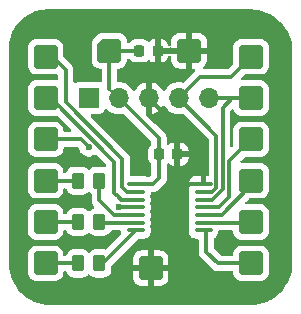
<source format=gbr>
%TF.GenerationSoftware,KiCad,Pcbnew,9.0.0*%
%TF.CreationDate,2026-02-19T11:21:19+01:00*%
%TF.ProjectId,SwitchlessMOD,53776974-6368-46c6-9573-734d4f442e6b,rev?*%
%TF.SameCoordinates,Original*%
%TF.FileFunction,Copper,L1,Top*%
%TF.FilePolarity,Positive*%
%FSLAX46Y46*%
G04 Gerber Fmt 4.6, Leading zero omitted, Abs format (unit mm)*
G04 Created by KiCad (PCBNEW 9.0.0) date 2026-02-19 11:21:19*
%MOMM*%
%LPD*%
G01*
G04 APERTURE LIST*
G04 Aperture macros list*
%AMRoundRect*
0 Rectangle with rounded corners*
0 $1 Rounding radius*
0 $2 $3 $4 $5 $6 $7 $8 $9 X,Y pos of 4 corners*
0 Add a 4 corners polygon primitive as box body*
4,1,4,$2,$3,$4,$5,$6,$7,$8,$9,$2,$3,0*
0 Add four circle primitives for the rounded corners*
1,1,$1+$1,$2,$3*
1,1,$1+$1,$4,$5*
1,1,$1+$1,$6,$7*
1,1,$1+$1,$8,$9*
0 Add four rect primitives between the rounded corners*
20,1,$1+$1,$2,$3,$4,$5,0*
20,1,$1+$1,$4,$5,$6,$7,0*
20,1,$1+$1,$6,$7,$8,$9,0*
20,1,$1+$1,$8,$9,$2,$3,0*%
%AMFreePoly0*
4,1,18,-1.000000,0.600000,-0.600000,1.000000,0.750000,1.000000,0.845671,0.980970,0.926777,0.926777,0.980970,0.845671,1.000000,0.750000,1.000000,-0.750000,0.980970,-0.845671,0.926777,-0.926777,0.845671,-0.980970,0.750000,-1.000000,-0.750000,-1.000000,-0.845671,-0.980970,-0.926777,-0.926777,-0.980970,-0.845671,-1.000000,-0.750000,-1.000000,0.600000,-1.000000,0.600000,$1*%
G04 Aperture macros list end*
%TA.AperFunction,SMDPad,CuDef*%
%ADD10RoundRect,0.250000X-0.750000X-0.750000X0.750000X-0.750000X0.750000X0.750000X-0.750000X0.750000X0*%
%TD*%
%TA.AperFunction,SMDPad,CuDef*%
%ADD11RoundRect,0.225000X-0.225000X-0.250000X0.225000X-0.250000X0.225000X0.250000X-0.225000X0.250000X0*%
%TD*%
%TA.AperFunction,SMDPad,CuDef*%
%ADD12RoundRect,0.250000X0.750000X-0.750000X0.750000X0.750000X-0.750000X0.750000X-0.750000X-0.750000X0*%
%TD*%
%TA.AperFunction,SMDPad,CuDef*%
%ADD13RoundRect,0.250000X0.262500X0.450000X-0.262500X0.450000X-0.262500X-0.450000X0.262500X-0.450000X0*%
%TD*%
%TA.AperFunction,SMDPad,CuDef*%
%ADD14RoundRect,0.100000X-0.637500X-0.100000X0.637500X-0.100000X0.637500X0.100000X-0.637500X0.100000X0*%
%TD*%
%TA.AperFunction,ComponentPad*%
%ADD15R,1.700000X1.700000*%
%TD*%
%TA.AperFunction,ComponentPad*%
%ADD16O,1.700000X1.700000*%
%TD*%
%TA.AperFunction,SMDPad,CuDef*%
%ADD17FreePoly0,0.000000*%
%TD*%
%TA.AperFunction,ViaPad*%
%ADD18C,0.600000*%
%TD*%
%TA.AperFunction,Conductor*%
%ADD19C,0.300000*%
%TD*%
%TA.AperFunction,Conductor*%
%ADD20C,0.200000*%
%TD*%
G04 APERTURE END LIST*
D10*
%TO.P,RC4/G,6*%
%TO.N,G*%
X130600000Y-107500000D03*
%TD*%
D11*
%TO.P,C2,1*%
%TO.N,VDD*%
X140205000Y-101750000D03*
%TO.P,C2,2*%
%TO.N,VSS*%
X141755000Y-101750000D03*
%TD*%
D10*
%TO.P,GND,14*%
%TO.N,VSS*%
X139500000Y-111400000D03*
%TD*%
%TO.P,RESET IN,3*%
%TO.N,RESET IN*%
X130600000Y-97000000D03*
%TD*%
%TO.P,RC3/R,7*%
%TO.N,R*%
X130600000Y-111000000D03*
%TD*%
%TO.P,RA1,12*%
%TO.N,RA1*%
X148000000Y-97000000D03*
%TD*%
%TO.P,LANG,10*%
%TO.N,LANG*%
X148000000Y-104000000D03*
%TD*%
D12*
%TO.P,50/60Hz,11*%
%TO.N,VIDEO 50{slash}60HZ*%
X148000000Y-100500000D03*
%TD*%
D10*
%TO.P,RA3,4*%
%TO.N,RA3*%
X130600000Y-100500000D03*
%TD*%
%TO.P,RC1,9*%
%TO.N,RC1*%
X148000000Y-107500000D03*
%TD*%
%TO.P,RC2,8*%
%TO.N,RC2*%
X148000000Y-111000000D03*
%TD*%
D13*
%TO.P,R2,1*%
%TO.N,Net-(U1-P1B{slash}C2OUT{slash}RC4)*%
X135162500Y-107500000D03*
%TO.P,R2,2*%
%TO.N,G*%
X133337500Y-107500000D03*
%TD*%
D10*
%TO.P,GND,14*%
%TO.N,VSS*%
X142750000Y-93000000D03*
%TD*%
%TO.P,RC5/B,5*%
%TO.N,B*%
X130600000Y-104000000D03*
%TD*%
D13*
%TO.P,R3,1*%
%TO.N,Net-(U1-P1A{slash}CCP1{slash}RC5)*%
X135162500Y-104000000D03*
%TO.P,R3,2*%
%TO.N,B*%
X133337500Y-104000000D03*
%TD*%
%TO.P,R1,1*%
%TO.N,Net-(U1-P1C{slash}AN7{slash}RC3)*%
X135162500Y-111000000D03*
%TO.P,R1,2*%
%TO.N,R*%
X133337500Y-111000000D03*
%TD*%
D14*
%TO.P,U1,1,VDD*%
%TO.N,VDD*%
X138250000Y-104300000D03*
%TO.P,U1,2,RA5/T1CKI/OSC1/CLKIN*%
%TO.N,RESET OUT*%
X138250000Y-104950000D03*
%TO.P,U1,3,RA4/AN3/~{T1G}/OSC2/CLKOUT*%
%TO.N,RESET IN*%
X138250000Y-105600000D03*
%TO.P,U1,4,RA3/~{MCLR}/Vpp*%
%TO.N,RA3*%
X138250000Y-106250000D03*
%TO.P,U1,5,P1A/CCP1/RC5*%
%TO.N,Net-(U1-P1A{slash}CCP1{slash}RC5)*%
X138250000Y-106900000D03*
%TO.P,U1,6,P1B/C2OUT/RC4*%
%TO.N,Net-(U1-P1B{slash}C2OUT{slash}RC4)*%
X138250000Y-107550000D03*
%TO.P,U1,7,P1C/AN7/RC3*%
%TO.N,Net-(U1-P1C{slash}AN7{slash}RC3)*%
X138250000Y-108200000D03*
%TO.P,U1,8,P1D/AN6/RC2*%
%TO.N,RC2*%
X143975000Y-108200000D03*
%TO.P,U1,9,C2IN-/AN5/RC1*%
%TO.N,RC1*%
X143975000Y-107550000D03*
%TO.P,U1,10,C2IN+/AN4/RC0*%
%TO.N,LANG*%
X143975000Y-106900000D03*
%TO.P,U1,11,RA2/AN2/T0CKI/INT/C1OUT*%
%TO.N,VIDEO 50{slash}60HZ*%
X143975000Y-106250000D03*
%TO.P,U1,12,RA1/AN1/C1IN-/Vref/ICSPCLK*%
%TO.N,RA1*%
X143975000Y-105600000D03*
%TO.P,U1,13,RA0/AN0/C1IN+/ICSPDAT/ULPWU*%
%TO.N,RA0*%
X143975000Y-104950000D03*
%TO.P,U1,14,VSS*%
%TO.N,VSS*%
X143975000Y-104300000D03*
%TD*%
D11*
%TO.P,C1,1*%
%TO.N,VDD*%
X138545000Y-93000000D03*
%TO.P,C1,2*%
%TO.N,VSS*%
X140095000Y-93000000D03*
%TD*%
D10*
%TO.P,RA0,13*%
%TO.N,RA0*%
X148000000Y-93500000D03*
%TD*%
D15*
%TO.P,ICSP1,1,Pin_1*%
%TO.N,RA3*%
X134260000Y-97000000D03*
D16*
%TO.P,ICSP1,2,Pin_2*%
%TO.N,VDD*%
X136800000Y-97000000D03*
%TO.P,ICSP1,3,Pin_3*%
%TO.N,VSS*%
X139340000Y-97000000D03*
%TO.P,ICSP1,4,Pin_4*%
%TO.N,RA0*%
X141880000Y-97000000D03*
%TO.P,ICSP1,5,Pin_5*%
%TO.N,RA1*%
X144420000Y-97000000D03*
%TD*%
D17*
%TO.P,VDD,1*%
%TO.N,VDD*%
X136000000Y-93000000D03*
%TD*%
D10*
%TO.P,REEST OUT,2*%
%TO.N,RESET OUT*%
X130600000Y-93500000D03*
%TD*%
D18*
%TO.N,VSS*%
X137000000Y-111500000D03*
X144800000Y-90600000D03*
X142600000Y-111400000D03*
X129250000Y-91250000D03*
X142800000Y-100000000D03*
X149500000Y-91250000D03*
X139400000Y-94800000D03*
X149500000Y-112750000D03*
X143600000Y-102500000D03*
X133900000Y-90600000D03*
X129100000Y-112750000D03*
X137800000Y-100700000D03*
X145400000Y-93000000D03*
X143600000Y-101100000D03*
X141100000Y-107500000D03*
%TO.N,RA3*%
X134250000Y-101150000D03*
X136800000Y-106250000D03*
%TD*%
D19*
%TO.N,VSS*%
X142500000Y-104300000D02*
X141755000Y-103555000D01*
X141755000Y-99415000D02*
X141755000Y-101750000D01*
X141755000Y-103555000D02*
X141755000Y-101750000D01*
X140095000Y-93000000D02*
X142750000Y-93000000D01*
X143975000Y-104300000D02*
X142500000Y-104300000D01*
X139340000Y-97000000D02*
X141755000Y-99415000D01*
%TO.N,VDD*%
X140205000Y-103795000D02*
X140205000Y-101750000D01*
X138545000Y-93000000D02*
X136000000Y-93000000D01*
D20*
X136000000Y-96200000D02*
X136800000Y-97000000D01*
D19*
X136000000Y-93000000D02*
X136000000Y-96200000D01*
X136800000Y-97000000D02*
X140205000Y-100405000D01*
X138250000Y-104300000D02*
X139700000Y-104300000D01*
X140205000Y-100405000D02*
X140205000Y-101750000D01*
X139700000Y-104300000D02*
X140205000Y-103795000D01*
%TO.N,B*%
X131000000Y-104000000D02*
X133337500Y-104000000D01*
%TO.N,R*%
X131000000Y-111000000D02*
X133337500Y-111000000D01*
%TO.N,G*%
X133337500Y-107500000D02*
X131000000Y-107500000D01*
%TO.N,RA3*%
X133600000Y-100500000D02*
X130600000Y-100500000D01*
X137540840Y-106250000D02*
X136800000Y-106250000D01*
X136800000Y-106250000D02*
X136750000Y-106250000D01*
X134250000Y-101150000D02*
X133600000Y-100500000D01*
X138250000Y-106250000D02*
X137540840Y-106250000D01*
%TO.N,RA0*%
X146300000Y-95200000D02*
X148000000Y-93500000D01*
D20*
X147750000Y-93500000D02*
X148000000Y-93500000D01*
X143975000Y-104950000D02*
X144712499Y-104950000D01*
D19*
X143680000Y-95200000D02*
X146300000Y-95200000D01*
X145072000Y-100192000D02*
X141880000Y-97000000D01*
X142500000Y-96500000D02*
X141750000Y-96500000D01*
X141880000Y-97000000D02*
X143680000Y-95200000D01*
X144712499Y-104950000D02*
X145072000Y-104590499D01*
X145072000Y-104590499D02*
X145072000Y-100192000D01*
%TO.N,RA1*%
X145600000Y-104712499D02*
X145600000Y-97800000D01*
D20*
X143975000Y-105600000D02*
X144712499Y-105600000D01*
D19*
X144712499Y-105600000D02*
X145600000Y-104712499D01*
X145600000Y-97800000D02*
X146400000Y-97000000D01*
D20*
X146650000Y-97000000D02*
X148000000Y-97000000D01*
D19*
X144420000Y-97000000D02*
X147750000Y-97000000D01*
%TO.N,RESET OUT*%
X131200000Y-93500000D02*
X132300000Y-94600000D01*
X132300000Y-97342000D02*
X137100000Y-102142000D01*
X137100000Y-102142000D02*
X137100000Y-104537499D01*
X132300000Y-94600000D02*
X132300000Y-97342000D01*
X137100000Y-104537499D02*
X137512501Y-104950000D01*
X137512501Y-104950000D02*
X138250000Y-104950000D01*
D20*
X130600000Y-93500000D02*
X131200000Y-93500000D01*
D19*
%TO.N,RESET IN*%
X138250000Y-105600000D02*
X137000000Y-105600000D01*
X137000000Y-105600000D02*
X136700000Y-105300000D01*
X136700000Y-105300000D02*
X136500000Y-105100000D01*
X136500000Y-105100000D02*
X136400000Y-105000000D01*
X130600000Y-97250000D02*
X130600000Y-97000000D01*
X136400000Y-102379346D02*
X131020654Y-97000000D01*
D20*
X130600000Y-97000000D02*
X130600000Y-96750000D01*
D19*
X136400000Y-105000000D02*
X136400000Y-102379346D01*
X131020654Y-97000000D02*
X130600000Y-97000000D01*
D20*
X138250000Y-105600000D02*
X137592630Y-105600000D01*
X136400000Y-105000000D02*
X136700000Y-105300000D01*
D19*
%TO.N,LANG*%
X145500000Y-106900000D02*
X147750000Y-104650000D01*
X143975000Y-106900000D02*
X145500000Y-106900000D01*
D20*
X148000000Y-104650000D02*
X148000000Y-104000000D01*
D19*
%TO.N,VIDEO 50{slash}60HZ*%
X145250000Y-106250000D02*
X146150000Y-105350000D01*
X146150000Y-102350000D02*
X148000000Y-100500000D01*
X143975000Y-106250000D02*
X145250000Y-106250000D01*
X146150000Y-105350000D02*
X146150000Y-102350000D01*
D20*
%TO.N,Net-(U1-P1C{slash}AN7{slash}RC3)*%
X135162500Y-111000000D02*
X135450000Y-111000000D01*
D19*
X135450000Y-111000000D02*
X138250000Y-108200000D01*
%TO.N,Net-(U1-P1B{slash}C2OUT{slash}RC4)*%
X138250000Y-107550000D02*
X135212500Y-107550000D01*
D20*
X135212500Y-107550000D02*
X135162500Y-107500000D01*
%TO.N,Net-(U1-P1A{slash}CCP1{slash}RC5)*%
X138250000Y-106900000D02*
X137500000Y-106900000D01*
D19*
X136400000Y-106900000D02*
X135162500Y-105662500D01*
D20*
X135162500Y-104562500D02*
X135162500Y-104000000D01*
D19*
X137500000Y-106900000D02*
X136400000Y-106900000D01*
X135162500Y-105662500D02*
X135162500Y-104562500D01*
%TO.N,RC1*%
X143975000Y-107550000D02*
X147700000Y-107550000D01*
D20*
X147950000Y-107550000D02*
X148000000Y-107500000D01*
%TO.N,RC2*%
X143975000Y-108200000D02*
X144200000Y-108425000D01*
D19*
X145200000Y-111000000D02*
X147750000Y-111000000D01*
X144200000Y-108425000D02*
X144200000Y-110000000D01*
X144200000Y-110000000D02*
X145200000Y-111000000D01*
%TD*%
%TA.AperFunction,Conductor*%
%TO.N,VSS*%
G36*
X135778418Y-97895417D02*
G01*
X135806673Y-97916569D01*
X135920213Y-98030109D01*
X136092179Y-98155048D01*
X136092181Y-98155049D01*
X136092184Y-98155051D01*
X136281588Y-98251557D01*
X136483757Y-98317246D01*
X136693713Y-98350500D01*
X136693714Y-98350500D01*
X136906286Y-98350500D01*
X136906287Y-98350500D01*
X137053207Y-98327230D01*
X137121055Y-98316484D01*
X137121315Y-98318128D01*
X137183852Y-98321250D01*
X137230711Y-98350657D01*
X139518181Y-100638126D01*
X139532884Y-100665053D01*
X139549477Y-100690872D01*
X139550368Y-100697072D01*
X139551666Y-100699449D01*
X139554500Y-100725807D01*
X139554500Y-100848125D01*
X139534815Y-100915164D01*
X139518182Y-100935806D01*
X139407029Y-101046959D01*
X139318001Y-101191294D01*
X139317996Y-101191305D01*
X139264651Y-101352290D01*
X139254500Y-101451647D01*
X139254500Y-102048337D01*
X139254501Y-102048355D01*
X139264650Y-102147707D01*
X139264651Y-102147710D01*
X139317996Y-102308694D01*
X139318001Y-102308705D01*
X139407029Y-102453040D01*
X139407032Y-102453044D01*
X139518181Y-102564193D01*
X139551666Y-102625516D01*
X139554500Y-102651874D01*
X139554500Y-103474192D01*
X139545855Y-103503632D01*
X139539332Y-103533619D01*
X139535577Y-103538634D01*
X139534815Y-103541231D01*
X139518181Y-103561873D01*
X139466873Y-103613181D01*
X139405550Y-103646666D01*
X139379192Y-103649500D01*
X139152323Y-103649500D01*
X139104870Y-103640061D01*
X139044262Y-103614956D01*
X139044260Y-103614955D01*
X138926870Y-103599501D01*
X138926867Y-103599500D01*
X138926861Y-103599500D01*
X138926854Y-103599500D01*
X137874500Y-103599500D01*
X137807461Y-103579815D01*
X137761706Y-103527011D01*
X137750500Y-103475500D01*
X137750500Y-102077928D01*
X137725502Y-101952261D01*
X137725501Y-101952260D01*
X137725501Y-101952256D01*
X137676465Y-101833873D01*
X137605277Y-101727331D01*
X137605275Y-101727329D01*
X137605273Y-101727326D01*
X137605272Y-101727325D01*
X134440126Y-98562180D01*
X134406641Y-98500857D01*
X134411625Y-98431165D01*
X134453497Y-98375232D01*
X134518961Y-98350815D01*
X134527807Y-98350499D01*
X135157871Y-98350499D01*
X135157872Y-98350499D01*
X135217483Y-98344091D01*
X135352331Y-98293796D01*
X135467546Y-98207546D01*
X135553796Y-98092331D01*
X135602810Y-97960916D01*
X135644681Y-97904984D01*
X135710145Y-97880566D01*
X135778418Y-97895417D01*
G37*
%TD.AperFunction*%
%TA.AperFunction,Conductor*%
G36*
X148003582Y-89500648D02*
G01*
X148336932Y-89517025D01*
X148349040Y-89518218D01*
X148676697Y-89566821D01*
X148688630Y-89569194D01*
X148850526Y-89609747D01*
X149009954Y-89649682D01*
X149021598Y-89653215D01*
X149092830Y-89678702D01*
X149333477Y-89764807D01*
X149344698Y-89769454D01*
X149644176Y-89911096D01*
X149654884Y-89916820D01*
X149846517Y-90031681D01*
X149939003Y-90087115D01*
X149949121Y-90093875D01*
X150215187Y-90291203D01*
X150224593Y-90298923D01*
X150470032Y-90521376D01*
X150478623Y-90529967D01*
X150614132Y-90679478D01*
X150701076Y-90775406D01*
X150708796Y-90784812D01*
X150906124Y-91050878D01*
X150912884Y-91060996D01*
X151083172Y-91345103D01*
X151088907Y-91355831D01*
X151212490Y-91617127D01*
X151230539Y-91655287D01*
X151235195Y-91666530D01*
X151346784Y-91978401D01*
X151350317Y-91990045D01*
X151430804Y-92311366D01*
X151433178Y-92323302D01*
X151481781Y-92650959D01*
X151482974Y-92663068D01*
X151499351Y-92996416D01*
X151499500Y-93002501D01*
X151499500Y-110996948D01*
X151499351Y-111003033D01*
X151482947Y-111336928D01*
X151481754Y-111349037D01*
X151433151Y-111676694D01*
X151430777Y-111688630D01*
X151350292Y-112009944D01*
X151346759Y-112021588D01*
X151235170Y-112333459D01*
X151230514Y-112344702D01*
X151088885Y-112644151D01*
X151083148Y-112654883D01*
X150912862Y-112938988D01*
X150906102Y-112949106D01*
X150708775Y-113215170D01*
X150701055Y-113224576D01*
X150478611Y-113470006D01*
X150470006Y-113478611D01*
X150224576Y-113701055D01*
X150215170Y-113708775D01*
X149949106Y-113906102D01*
X149938988Y-113912862D01*
X149654883Y-114083148D01*
X149644151Y-114088885D01*
X149344702Y-114230514D01*
X149333459Y-114235170D01*
X149021588Y-114346759D01*
X149009944Y-114350292D01*
X148688630Y-114430777D01*
X148676694Y-114433151D01*
X148349037Y-114481754D01*
X148336928Y-114482947D01*
X148021989Y-114498419D01*
X148003031Y-114499351D01*
X147996949Y-114499500D01*
X131003051Y-114499500D01*
X130996968Y-114499351D01*
X130976900Y-114498365D01*
X130663071Y-114482947D01*
X130650962Y-114481754D01*
X130323305Y-114433151D01*
X130311369Y-114430777D01*
X129990055Y-114350292D01*
X129978411Y-114346759D01*
X129666540Y-114235170D01*
X129655301Y-114230515D01*
X129355844Y-114088883D01*
X129345121Y-114083150D01*
X129061011Y-113912862D01*
X129050893Y-113906102D01*
X128784829Y-113708775D01*
X128775423Y-113701055D01*
X128736475Y-113665755D01*
X128529986Y-113478604D01*
X128521395Y-113470013D01*
X128298944Y-113224576D01*
X128291224Y-113215170D01*
X128093897Y-112949106D01*
X128087137Y-112938988D01*
X128063768Y-112899999D01*
X127916844Y-112654871D01*
X127911120Y-112644163D01*
X127769479Y-112344688D01*
X127764829Y-112333459D01*
X127753822Y-112302697D01*
X127660798Y-112042712D01*
X127653240Y-112021588D01*
X127649707Y-112009944D01*
X127634454Y-111949049D01*
X127569219Y-111688617D01*
X127566848Y-111676694D01*
X127565882Y-111670185D01*
X127518245Y-111349037D01*
X127517052Y-111336927D01*
X127500649Y-111003032D01*
X127500500Y-110996948D01*
X127500500Y-92753246D01*
X127500670Y-92746757D01*
X127502770Y-92706679D01*
X127503121Y-92699983D01*
X129099500Y-92699983D01*
X129099500Y-94300001D01*
X129099501Y-94300018D01*
X129110000Y-94402796D01*
X129110001Y-94402799D01*
X129158614Y-94549500D01*
X129165186Y-94569334D01*
X129257288Y-94718656D01*
X129381344Y-94842712D01*
X129530666Y-94934814D01*
X129697203Y-94989999D01*
X129799991Y-95000500D01*
X131400008Y-95000499D01*
X131444981Y-94995905D01*
X131509533Y-94989311D01*
X131509752Y-94991462D01*
X131569204Y-94995905D01*
X131625003Y-95037954D01*
X131649212Y-95103496D01*
X131649500Y-95111948D01*
X131649500Y-95388051D01*
X131629815Y-95455090D01*
X131577011Y-95500845D01*
X131509545Y-95510545D01*
X131509531Y-95510689D01*
X131508956Y-95510630D01*
X131507853Y-95510789D01*
X131504304Y-95510155D01*
X131400010Y-95499500D01*
X129799998Y-95499500D01*
X129799981Y-95499501D01*
X129697203Y-95510000D01*
X129697200Y-95510001D01*
X129530668Y-95565185D01*
X129530663Y-95565187D01*
X129381342Y-95657289D01*
X129257289Y-95781342D01*
X129165187Y-95930663D01*
X129165185Y-95930668D01*
X129141927Y-96000858D01*
X129110001Y-96097203D01*
X129110001Y-96097204D01*
X129110000Y-96097204D01*
X129099500Y-96199983D01*
X129099500Y-97800001D01*
X129099501Y-97800018D01*
X129110000Y-97902796D01*
X129110001Y-97902799D01*
X129165185Y-98069331D01*
X129165187Y-98069336D01*
X129179373Y-98092335D01*
X129257288Y-98218656D01*
X129381344Y-98342712D01*
X129530666Y-98434814D01*
X129697203Y-98489999D01*
X129799991Y-98500500D01*
X131400008Y-98500499D01*
X131502797Y-98489999D01*
X131502804Y-98489996D01*
X131509249Y-98488617D01*
X131578924Y-98493827D01*
X131622895Y-98522187D01*
X132738527Y-99637819D01*
X132772012Y-99699142D01*
X132767028Y-99768834D01*
X132725156Y-99824767D01*
X132659692Y-99849184D01*
X132650846Y-99849500D01*
X132224499Y-99849500D01*
X132157460Y-99829815D01*
X132111705Y-99777011D01*
X132100499Y-99725500D01*
X132100499Y-99699998D01*
X132100498Y-99699981D01*
X132089999Y-99597203D01*
X132089998Y-99597200D01*
X132034814Y-99430666D01*
X131942712Y-99281344D01*
X131818656Y-99157288D01*
X131669334Y-99065186D01*
X131502797Y-99010001D01*
X131502795Y-99010000D01*
X131400010Y-98999500D01*
X129799998Y-98999500D01*
X129799981Y-98999501D01*
X129697203Y-99010000D01*
X129697200Y-99010001D01*
X129530668Y-99065185D01*
X129530663Y-99065187D01*
X129381342Y-99157289D01*
X129257289Y-99281342D01*
X129165187Y-99430663D01*
X129165186Y-99430666D01*
X129110001Y-99597203D01*
X129110001Y-99597204D01*
X129110000Y-99597204D01*
X129099500Y-99699983D01*
X129099500Y-101300001D01*
X129099501Y-101300018D01*
X129110000Y-101402796D01*
X129110001Y-101402799D01*
X129151880Y-101529179D01*
X129165186Y-101569334D01*
X129257288Y-101718656D01*
X129381344Y-101842712D01*
X129530666Y-101934814D01*
X129697203Y-101989999D01*
X129799991Y-102000500D01*
X131400008Y-102000499D01*
X131502797Y-101989999D01*
X131669334Y-101934814D01*
X131818656Y-101842712D01*
X131942712Y-101718656D01*
X132034814Y-101569334D01*
X132089999Y-101402797D01*
X132100500Y-101300009D01*
X132100500Y-101274500D01*
X132120185Y-101207461D01*
X132172989Y-101161706D01*
X132224500Y-101150500D01*
X133279192Y-101150500D01*
X133308632Y-101159144D01*
X133338619Y-101165668D01*
X133343634Y-101169422D01*
X133346231Y-101170185D01*
X133366873Y-101186819D01*
X133432984Y-101252930D01*
X133466469Y-101314253D01*
X133466920Y-101316420D01*
X133480261Y-101383489D01*
X133480264Y-101383501D01*
X133540602Y-101529172D01*
X133540609Y-101529185D01*
X133628210Y-101660288D01*
X133628213Y-101660292D01*
X133739707Y-101771786D01*
X133739711Y-101771789D01*
X133870814Y-101859390D01*
X133870827Y-101859397D01*
X134016498Y-101919735D01*
X134016503Y-101919737D01*
X134171153Y-101950499D01*
X134171156Y-101950500D01*
X134171158Y-101950500D01*
X134328844Y-101950500D01*
X134328845Y-101950499D01*
X134483497Y-101919737D01*
X134629179Y-101859394D01*
X134742939Y-101783382D01*
X134809616Y-101762504D01*
X134876996Y-101780988D01*
X134899511Y-101798803D01*
X135705738Y-102605030D01*
X135739223Y-102666353D01*
X135734239Y-102736045D01*
X135692367Y-102791978D01*
X135626903Y-102816395D01*
X135584482Y-102811097D01*
X135584414Y-102811418D01*
X135580721Y-102810627D01*
X135579061Y-102810420D01*
X135577797Y-102810001D01*
X135577795Y-102810000D01*
X135475010Y-102799500D01*
X134849998Y-102799500D01*
X134849980Y-102799501D01*
X134747203Y-102810000D01*
X134747200Y-102810001D01*
X134580668Y-102865185D01*
X134580663Y-102865187D01*
X134431342Y-102957289D01*
X134337681Y-103050951D01*
X134276358Y-103084436D01*
X134206666Y-103079452D01*
X134162319Y-103050951D01*
X134068657Y-102957289D01*
X134068656Y-102957288D01*
X133975888Y-102900069D01*
X133919336Y-102865187D01*
X133919331Y-102865185D01*
X133917862Y-102864698D01*
X133752797Y-102810001D01*
X133752795Y-102810000D01*
X133650010Y-102799500D01*
X133024998Y-102799500D01*
X133024980Y-102799501D01*
X132922203Y-102810000D01*
X132922200Y-102810001D01*
X132755668Y-102865185D01*
X132755663Y-102865187D01*
X132606342Y-102957289D01*
X132482289Y-103081342D01*
X132390187Y-103230663D01*
X132390184Y-103230671D01*
X132378972Y-103264506D01*
X132365102Y-103284537D01*
X132354980Y-103306703D01*
X132345567Y-103312751D01*
X132339199Y-103321950D01*
X132316700Y-103331303D01*
X132296202Y-103344477D01*
X132279098Y-103346936D01*
X132274683Y-103348772D01*
X132261267Y-103349500D01*
X132224499Y-103349500D01*
X132157460Y-103329815D01*
X132111705Y-103277011D01*
X132100499Y-103225500D01*
X132100499Y-103199998D01*
X132100498Y-103199981D01*
X132089999Y-103097203D01*
X132089998Y-103097200D01*
X132084117Y-103079452D01*
X132034814Y-102930666D01*
X131942712Y-102781344D01*
X131818656Y-102657288D01*
X131713635Y-102592511D01*
X131669336Y-102565187D01*
X131669331Y-102565185D01*
X131663760Y-102563339D01*
X131502797Y-102510001D01*
X131502795Y-102510000D01*
X131400010Y-102499500D01*
X129799998Y-102499500D01*
X129799981Y-102499501D01*
X129697203Y-102510000D01*
X129697200Y-102510001D01*
X129530668Y-102565185D01*
X129530663Y-102565187D01*
X129381342Y-102657289D01*
X129257289Y-102781342D01*
X129165187Y-102930663D01*
X129165186Y-102930666D01*
X129110001Y-103097203D01*
X129110001Y-103097204D01*
X129110000Y-103097204D01*
X129099500Y-103199983D01*
X129099500Y-104800001D01*
X129099501Y-104800018D01*
X129110000Y-104902796D01*
X129110001Y-104902799D01*
X129144683Y-105007461D01*
X129165186Y-105069334D01*
X129257288Y-105218656D01*
X129381344Y-105342712D01*
X129530666Y-105434814D01*
X129697203Y-105489999D01*
X129799991Y-105500500D01*
X131400008Y-105500499D01*
X131502797Y-105489999D01*
X131669334Y-105434814D01*
X131818656Y-105342712D01*
X131942712Y-105218656D01*
X132034814Y-105069334D01*
X132089999Y-104902797D01*
X132100500Y-104800009D01*
X132100500Y-104774500D01*
X132103050Y-104765814D01*
X132101762Y-104756853D01*
X132112740Y-104732812D01*
X132120185Y-104707461D01*
X132127025Y-104701533D01*
X132130787Y-104693297D01*
X132153021Y-104679007D01*
X132172989Y-104661706D01*
X132183503Y-104659418D01*
X132189565Y-104655523D01*
X132224500Y-104650500D01*
X132261267Y-104650500D01*
X132328306Y-104670185D01*
X132374061Y-104722989D01*
X132378972Y-104735494D01*
X132390186Y-104769334D01*
X132482288Y-104918656D01*
X132606344Y-105042712D01*
X132755666Y-105134814D01*
X132922203Y-105189999D01*
X133024991Y-105200500D01*
X133650008Y-105200499D01*
X133650016Y-105200498D01*
X133650019Y-105200498D01*
X133706302Y-105194748D01*
X133752797Y-105189999D01*
X133919334Y-105134814D01*
X134068656Y-105042712D01*
X134162319Y-104949049D01*
X134167533Y-104946201D01*
X134170855Y-104941272D01*
X134197854Y-104929645D01*
X134223642Y-104915564D01*
X134229568Y-104915987D01*
X134235028Y-104913637D01*
X134264020Y-104918451D01*
X134293334Y-104920548D01*
X134299603Y-104924360D01*
X134303953Y-104925083D01*
X134322729Y-104938424D01*
X134333222Y-104944806D01*
X134335503Y-104946871D01*
X134431344Y-105042712D01*
X134462784Y-105062104D01*
X134471222Y-105069743D01*
X134483760Y-105090219D01*
X134499820Y-105108073D01*
X134502845Y-105121387D01*
X134507709Y-105129329D01*
X134507441Y-105141610D01*
X134512000Y-105161667D01*
X134512000Y-105726569D01*
X134512000Y-105726571D01*
X134511999Y-105726571D01*
X134525472Y-105794297D01*
X134532929Y-105831784D01*
X134536999Y-105852244D01*
X134586035Y-105970627D01*
X134649217Y-106065187D01*
X134657226Y-106077173D01*
X134712347Y-106132294D01*
X134745832Y-106193617D01*
X134740848Y-106263309D01*
X134698976Y-106319242D01*
X134663671Y-106337680D01*
X134580669Y-106365185D01*
X134580666Y-106365186D01*
X134580663Y-106365187D01*
X134431342Y-106457289D01*
X134337681Y-106550951D01*
X134276358Y-106584436D01*
X134206666Y-106579452D01*
X134162319Y-106550951D01*
X134068657Y-106457289D01*
X134068656Y-106457288D01*
X133975888Y-106400069D01*
X133919336Y-106365187D01*
X133919331Y-106365185D01*
X133917862Y-106364698D01*
X133752797Y-106310001D01*
X133752795Y-106310000D01*
X133650010Y-106299500D01*
X133024998Y-106299500D01*
X133024980Y-106299501D01*
X132922203Y-106310000D01*
X132922200Y-106310001D01*
X132755668Y-106365185D01*
X132755663Y-106365187D01*
X132606342Y-106457289D01*
X132482289Y-106581342D01*
X132390187Y-106730663D01*
X132390184Y-106730671D01*
X132378972Y-106764506D01*
X132365102Y-106784537D01*
X132354980Y-106806703D01*
X132345567Y-106812751D01*
X132339199Y-106821950D01*
X132316700Y-106831303D01*
X132296202Y-106844477D01*
X132279098Y-106846936D01*
X132274683Y-106848772D01*
X132261267Y-106849500D01*
X132224499Y-106849500D01*
X132157460Y-106829815D01*
X132111705Y-106777011D01*
X132100499Y-106725500D01*
X132100499Y-106699998D01*
X132100498Y-106699981D01*
X132089999Y-106597203D01*
X132089998Y-106597200D01*
X132075347Y-106552986D01*
X132034814Y-106430666D01*
X131942712Y-106281344D01*
X131818656Y-106157288D01*
X131669334Y-106065186D01*
X131502797Y-106010001D01*
X131502795Y-106010000D01*
X131400010Y-105999500D01*
X129799998Y-105999500D01*
X129799981Y-105999501D01*
X129697203Y-106010000D01*
X129697200Y-106010001D01*
X129530668Y-106065185D01*
X129530663Y-106065187D01*
X129381342Y-106157289D01*
X129257289Y-106281342D01*
X129165187Y-106430663D01*
X129165186Y-106430666D01*
X129110001Y-106597203D01*
X129110001Y-106597204D01*
X129110000Y-106597204D01*
X129099500Y-106699983D01*
X129099500Y-108300001D01*
X129099501Y-108300018D01*
X129110000Y-108402796D01*
X129110001Y-108402799D01*
X129145776Y-108510760D01*
X129165186Y-108569334D01*
X129257288Y-108718656D01*
X129381344Y-108842712D01*
X129530666Y-108934814D01*
X129697203Y-108989999D01*
X129799991Y-109000500D01*
X131400008Y-109000499D01*
X131502797Y-108989999D01*
X131669334Y-108934814D01*
X131818656Y-108842712D01*
X131942712Y-108718656D01*
X132034814Y-108569334D01*
X132089999Y-108402797D01*
X132100500Y-108300009D01*
X132100500Y-108274500D01*
X132103050Y-108265814D01*
X132101762Y-108256853D01*
X132112740Y-108232812D01*
X132120185Y-108207461D01*
X132127025Y-108201533D01*
X132130787Y-108193297D01*
X132153021Y-108179007D01*
X132172989Y-108161706D01*
X132183503Y-108159418D01*
X132189565Y-108155523D01*
X132224500Y-108150500D01*
X132261267Y-108150500D01*
X132328306Y-108170185D01*
X132374061Y-108222989D01*
X132378972Y-108235494D01*
X132390184Y-108269328D01*
X132390187Y-108269336D01*
X132424212Y-108324500D01*
X132482288Y-108418656D01*
X132606344Y-108542712D01*
X132755666Y-108634814D01*
X132922203Y-108689999D01*
X133024991Y-108700500D01*
X133650008Y-108700499D01*
X133650016Y-108700498D01*
X133650019Y-108700498D01*
X133706302Y-108694748D01*
X133752797Y-108689999D01*
X133919334Y-108634814D01*
X134068656Y-108542712D01*
X134162319Y-108449049D01*
X134223642Y-108415564D01*
X134293334Y-108420548D01*
X134337681Y-108449049D01*
X134431344Y-108542712D01*
X134580666Y-108634814D01*
X134747203Y-108689999D01*
X134849991Y-108700500D01*
X135475008Y-108700499D01*
X135475016Y-108700498D01*
X135475019Y-108700498D01*
X135531302Y-108694748D01*
X135577797Y-108689999D01*
X135744334Y-108634814D01*
X135893656Y-108542712D01*
X136017712Y-108418656D01*
X136109814Y-108269334D01*
X136109814Y-108269332D01*
X136113605Y-108263187D01*
X136115399Y-108264293D01*
X136154687Y-108219663D01*
X136220908Y-108200500D01*
X136888001Y-108200500D01*
X136890170Y-108201137D01*
X136892360Y-108200577D01*
X136923526Y-108210931D01*
X136955040Y-108220185D01*
X136956520Y-108221893D01*
X136958666Y-108222606D01*
X136979297Y-108248179D01*
X137000795Y-108272989D01*
X137001560Y-108275775D01*
X137002537Y-108276986D01*
X137004238Y-108285526D01*
X137011283Y-108311179D01*
X137012001Y-108317823D01*
X137012001Y-108339360D01*
X137024989Y-108438023D01*
X137025149Y-108439502D01*
X137019206Y-108472541D01*
X137014039Y-108505675D01*
X137012975Y-108507187D01*
X137012781Y-108508268D01*
X137010463Y-108510760D01*
X136989548Y-108540504D01*
X135738728Y-109791324D01*
X135677405Y-109824809D01*
X135612043Y-109821349D01*
X135577797Y-109810001D01*
X135526403Y-109804750D01*
X135475010Y-109799500D01*
X134849998Y-109799500D01*
X134849980Y-109799501D01*
X134747203Y-109810000D01*
X134747200Y-109810001D01*
X134580668Y-109865185D01*
X134580663Y-109865187D01*
X134431342Y-109957289D01*
X134337681Y-110050951D01*
X134276358Y-110084436D01*
X134206666Y-110079452D01*
X134162319Y-110050951D01*
X134068657Y-109957289D01*
X134068656Y-109957288D01*
X133919334Y-109865186D01*
X133752797Y-109810001D01*
X133752795Y-109810000D01*
X133650010Y-109799500D01*
X133024998Y-109799500D01*
X133024980Y-109799501D01*
X132922203Y-109810000D01*
X132922200Y-109810001D01*
X132755668Y-109865185D01*
X132755663Y-109865187D01*
X132606342Y-109957289D01*
X132482289Y-110081342D01*
X132390187Y-110230663D01*
X132390184Y-110230671D01*
X132378972Y-110264506D01*
X132365102Y-110284537D01*
X132354980Y-110306703D01*
X132345567Y-110312751D01*
X132339199Y-110321950D01*
X132316700Y-110331303D01*
X132296202Y-110344477D01*
X132279098Y-110346936D01*
X132274683Y-110348772D01*
X132261267Y-110349500D01*
X132224499Y-110349500D01*
X132157460Y-110329815D01*
X132111705Y-110277011D01*
X132100499Y-110225500D01*
X132100499Y-110199998D01*
X132100498Y-110199981D01*
X132089999Y-110097203D01*
X132089998Y-110097200D01*
X132076904Y-110057684D01*
X132034814Y-109930666D01*
X131942712Y-109781344D01*
X131818656Y-109657288D01*
X131669334Y-109565186D01*
X131502797Y-109510001D01*
X131502795Y-109510000D01*
X131400010Y-109499500D01*
X129799998Y-109499500D01*
X129799981Y-109499501D01*
X129697203Y-109510000D01*
X129697200Y-109510001D01*
X129530668Y-109565185D01*
X129530663Y-109565187D01*
X129381342Y-109657289D01*
X129257289Y-109781342D01*
X129165187Y-109930663D01*
X129165186Y-109930666D01*
X129110001Y-110097203D01*
X129110001Y-110097204D01*
X129110000Y-110097204D01*
X129099500Y-110199983D01*
X129099500Y-111800001D01*
X129099501Y-111800018D01*
X129110000Y-111902796D01*
X129110001Y-111902799D01*
X129156364Y-112042710D01*
X129165186Y-112069334D01*
X129257288Y-112218656D01*
X129381344Y-112342712D01*
X129530666Y-112434814D01*
X129697203Y-112489999D01*
X129799991Y-112500500D01*
X131400008Y-112500499D01*
X131502797Y-112489999D01*
X131669334Y-112434814D01*
X131818656Y-112342712D01*
X131942712Y-112218656D01*
X132034814Y-112069334D01*
X132089999Y-111902797D01*
X132100500Y-111800009D01*
X132100500Y-111774500D01*
X132103050Y-111765814D01*
X132101762Y-111756853D01*
X132112740Y-111732812D01*
X132120185Y-111707461D01*
X132127025Y-111701533D01*
X132130787Y-111693297D01*
X132153021Y-111679007D01*
X132172989Y-111661706D01*
X132183503Y-111659418D01*
X132189565Y-111655523D01*
X132224500Y-111650500D01*
X132261267Y-111650500D01*
X132328306Y-111670185D01*
X132374061Y-111722989D01*
X132378972Y-111735494D01*
X132390186Y-111769334D01*
X132482288Y-111918656D01*
X132606344Y-112042712D01*
X132755666Y-112134814D01*
X132922203Y-112189999D01*
X133024991Y-112200500D01*
X133650008Y-112200499D01*
X133650016Y-112200498D01*
X133650019Y-112200498D01*
X133706302Y-112194748D01*
X133752797Y-112189999D01*
X133919334Y-112134814D01*
X134068656Y-112042712D01*
X134162319Y-111949049D01*
X134223642Y-111915564D01*
X134293334Y-111920548D01*
X134337681Y-111949049D01*
X134431344Y-112042712D01*
X134580666Y-112134814D01*
X134747203Y-112189999D01*
X134849991Y-112200500D01*
X135475008Y-112200499D01*
X135475016Y-112200498D01*
X135475019Y-112200498D01*
X135480031Y-112199986D01*
X138000001Y-112199986D01*
X138010494Y-112302697D01*
X138065641Y-112469119D01*
X138065643Y-112469124D01*
X138157684Y-112618345D01*
X138281654Y-112742315D01*
X138430875Y-112834356D01*
X138430880Y-112834358D01*
X138597302Y-112889505D01*
X138597309Y-112889506D01*
X138700019Y-112899999D01*
X139249999Y-112899999D01*
X139750000Y-112899999D01*
X140299972Y-112899999D01*
X140299986Y-112899998D01*
X140402697Y-112889505D01*
X140569119Y-112834358D01*
X140569124Y-112834356D01*
X140718345Y-112742315D01*
X140842315Y-112618345D01*
X140934356Y-112469124D01*
X140934358Y-112469119D01*
X140989505Y-112302697D01*
X140989506Y-112302690D01*
X140999999Y-112199986D01*
X141000000Y-112199973D01*
X141000000Y-111650000D01*
X139750000Y-111650000D01*
X139750000Y-112899999D01*
X139249999Y-112899999D01*
X139250000Y-112899998D01*
X139250000Y-111650000D01*
X138000001Y-111650000D01*
X138000001Y-112199986D01*
X135480031Y-112199986D01*
X135531302Y-112194748D01*
X135577797Y-112189999D01*
X135744334Y-112134814D01*
X135893656Y-112042712D01*
X136017712Y-111918656D01*
X136109814Y-111769334D01*
X136164999Y-111602797D01*
X136175500Y-111500009D01*
X136175499Y-111245806D01*
X136195183Y-111178768D01*
X136211813Y-111158131D01*
X136769931Y-110600013D01*
X138000000Y-110600013D01*
X138000000Y-111150000D01*
X139250000Y-111150000D01*
X139750000Y-111150000D01*
X140999999Y-111150000D01*
X140999999Y-110600028D01*
X140999998Y-110600013D01*
X140989505Y-110497302D01*
X140934358Y-110330880D01*
X140934356Y-110330875D01*
X140842315Y-110181654D01*
X140718345Y-110057684D01*
X140569124Y-109965643D01*
X140569119Y-109965641D01*
X140402697Y-109910494D01*
X140402690Y-109910493D01*
X140299986Y-109900000D01*
X139750000Y-109900000D01*
X139750000Y-111150000D01*
X139250000Y-111150000D01*
X139250000Y-109900000D01*
X138700028Y-109900000D01*
X138700012Y-109900001D01*
X138597302Y-109910494D01*
X138430880Y-109965641D01*
X138430875Y-109965643D01*
X138281654Y-110057684D01*
X138157684Y-110181654D01*
X138065643Y-110330875D01*
X138065641Y-110330880D01*
X138010494Y-110497302D01*
X138010493Y-110497309D01*
X138000000Y-110600013D01*
X136769931Y-110600013D01*
X138433127Y-108936818D01*
X138494450Y-108903333D01*
X138520808Y-108900499D01*
X138926863Y-108900499D01*
X139044253Y-108885046D01*
X139044257Y-108885044D01*
X139044262Y-108885044D01*
X139190341Y-108824536D01*
X139315782Y-108728282D01*
X139412036Y-108602841D01*
X139472544Y-108456762D01*
X139488000Y-108339361D01*
X139487999Y-108060640D01*
X139472544Y-107943238D01*
X139472542Y-107943234D01*
X139463935Y-107922455D01*
X139456465Y-107852986D01*
X139463935Y-107827545D01*
X139472544Y-107806762D01*
X139488000Y-107689361D01*
X139487999Y-107410640D01*
X139472544Y-107293238D01*
X139472542Y-107293234D01*
X139463935Y-107272455D01*
X139456465Y-107202986D01*
X139463935Y-107177545D01*
X139472544Y-107156762D01*
X139488000Y-107039361D01*
X139487999Y-106760640D01*
X139472544Y-106643238D01*
X139472542Y-106643234D01*
X139463935Y-106622455D01*
X139456465Y-106552986D01*
X139463935Y-106527545D01*
X139472544Y-106506762D01*
X139488000Y-106389361D01*
X139487999Y-106110640D01*
X139472544Y-105993238D01*
X139472542Y-105993234D01*
X139463935Y-105972455D01*
X139456465Y-105902986D01*
X139463935Y-105877545D01*
X139472544Y-105856762D01*
X139488000Y-105739361D01*
X139487999Y-105460640D01*
X139472544Y-105343238D01*
X139472542Y-105343234D01*
X139463935Y-105322455D01*
X139456191Y-105254562D01*
X139458521Y-105240613D01*
X139472544Y-105206762D01*
X139488000Y-105089361D01*
X139488000Y-105064211D01*
X139489696Y-105054062D01*
X139500624Y-105031506D01*
X139507685Y-105007461D01*
X139515595Y-105000606D01*
X139520161Y-104991184D01*
X139541550Y-104978116D01*
X139560489Y-104961706D01*
X139572792Y-104959029D01*
X139579784Y-104954758D01*
X139591228Y-104955018D01*
X139612000Y-104950500D01*
X139764071Y-104950500D01*
X139868911Y-104929645D01*
X139889744Y-104925501D01*
X140008127Y-104876465D01*
X140016386Y-104870946D01*
X140016392Y-104870944D01*
X140016391Y-104870943D01*
X140114669Y-104805277D01*
X140710277Y-104209669D01*
X140781465Y-104103127D01*
X140830501Y-103984744D01*
X140839998Y-103936999D01*
X140855500Y-103859069D01*
X140855500Y-102651874D01*
X140864134Y-102622468D01*
X140870633Y-102592511D01*
X140874417Y-102587449D01*
X140875185Y-102584835D01*
X140891762Y-102564249D01*
X140892624Y-102563387D01*
X140953924Y-102529869D01*
X141023618Y-102534813D01*
X141068034Y-102563339D01*
X141077267Y-102572572D01*
X141077271Y-102572575D01*
X141221507Y-102661542D01*
X141221518Y-102661547D01*
X141382393Y-102714855D01*
X141481683Y-102724999D01*
X142005000Y-102724999D01*
X142028308Y-102724999D01*
X142028322Y-102724998D01*
X142127607Y-102714855D01*
X142288481Y-102661547D01*
X142288492Y-102661542D01*
X142432728Y-102572575D01*
X142432732Y-102572572D01*
X142552572Y-102452732D01*
X142552575Y-102452728D01*
X142641542Y-102308492D01*
X142641547Y-102308481D01*
X142694855Y-102147606D01*
X142704999Y-102048322D01*
X142705000Y-102048309D01*
X142705000Y-102000000D01*
X142005000Y-102000000D01*
X142005000Y-102724999D01*
X141481683Y-102724999D01*
X141505000Y-102724998D01*
X141505000Y-101500000D01*
X142005000Y-101500000D01*
X142704999Y-101500000D01*
X142704999Y-101451692D01*
X142704998Y-101451677D01*
X142694855Y-101352392D01*
X142641547Y-101191518D01*
X142641542Y-101191507D01*
X142552575Y-101047271D01*
X142552572Y-101047267D01*
X142432732Y-100927427D01*
X142432728Y-100927424D01*
X142288492Y-100838457D01*
X142288481Y-100838452D01*
X142127606Y-100785144D01*
X142028322Y-100775000D01*
X142005000Y-100775000D01*
X142005000Y-101500000D01*
X141505000Y-101500000D01*
X141505000Y-100774999D01*
X141481693Y-100775000D01*
X141481674Y-100775001D01*
X141382392Y-100785144D01*
X141221518Y-100838452D01*
X141221507Y-100838457D01*
X141077271Y-100927424D01*
X141077264Y-100927430D01*
X141068028Y-100936665D01*
X141060085Y-100941001D01*
X141054663Y-100948245D01*
X141029900Y-100957480D01*
X141006703Y-100970146D01*
X140997676Y-100969499D01*
X140989199Y-100972662D01*
X140963375Y-100967044D01*
X140937011Y-100965157D01*
X140927961Y-100959340D01*
X140920926Y-100957810D01*
X140892672Y-100936659D01*
X140891819Y-100935806D01*
X140858334Y-100874483D01*
X140855500Y-100848125D01*
X140855500Y-100340928D01*
X140830502Y-100215261D01*
X140830501Y-100215260D01*
X140830501Y-100215256D01*
X140781465Y-100096873D01*
X140781464Y-100096872D01*
X140781461Y-100096866D01*
X140710277Y-99990332D01*
X140710276Y-99990331D01*
X140619669Y-99899724D01*
X139877233Y-99157288D01*
X139126319Y-98406373D01*
X139092834Y-98345050D01*
X139090000Y-98318692D01*
X139090000Y-97433012D01*
X139147007Y-97465925D01*
X139274174Y-97500000D01*
X139405826Y-97500000D01*
X139532993Y-97465925D01*
X139590000Y-97433012D01*
X139590000Y-98327230D01*
X139656126Y-98316757D01*
X139656129Y-98316757D01*
X139858217Y-98251095D01*
X140047557Y-98154620D01*
X140219459Y-98029727D01*
X140219464Y-98029723D01*
X140369723Y-97879464D01*
X140369727Y-97879459D01*
X140494620Y-97707558D01*
X140499232Y-97698507D01*
X140547205Y-97647709D01*
X140615025Y-97630912D01*
X140681161Y-97653447D01*
X140720204Y-97698504D01*
X140724949Y-97707817D01*
X140849890Y-97879786D01*
X141000213Y-98030109D01*
X141172179Y-98155048D01*
X141172181Y-98155049D01*
X141172184Y-98155051D01*
X141361588Y-98251557D01*
X141563757Y-98317246D01*
X141773713Y-98350500D01*
X141773714Y-98350500D01*
X141986286Y-98350500D01*
X141986287Y-98350500D01*
X142133207Y-98327230D01*
X142201055Y-98316484D01*
X142201315Y-98318128D01*
X142263852Y-98321250D01*
X142310711Y-98350657D01*
X144385181Y-100425127D01*
X144418666Y-100486450D01*
X144421500Y-100512808D01*
X144421500Y-103476000D01*
X144401815Y-103543039D01*
X144349011Y-103588794D01*
X144297500Y-103600000D01*
X144175000Y-103600000D01*
X144175000Y-104125500D01*
X144172449Y-104134185D01*
X144173738Y-104143147D01*
X144162759Y-104167187D01*
X144155315Y-104192539D01*
X144148474Y-104198466D01*
X144144713Y-104206703D01*
X144122478Y-104220992D01*
X144102511Y-104238294D01*
X144091996Y-104240581D01*
X144085935Y-104244477D01*
X144051000Y-104249500D01*
X143899000Y-104249500D01*
X143831961Y-104229815D01*
X143786206Y-104177011D01*
X143775000Y-104125500D01*
X143775000Y-103600000D01*
X143298175Y-103600000D01*
X143180871Y-103615442D01*
X143180866Y-103615444D01*
X143034914Y-103675899D01*
X142909575Y-103772075D01*
X142813399Y-103897413D01*
X142752944Y-104043368D01*
X142745487Y-104100000D01*
X142963197Y-104100000D01*
X142988516Y-104107434D01*
X143014638Y-104111174D01*
X143021512Y-104117123D01*
X143030236Y-104119685D01*
X143047514Y-104139625D01*
X143067471Y-104156896D01*
X143070038Y-104165619D01*
X143075991Y-104172489D01*
X143079746Y-104198606D01*
X143087197Y-104223923D01*
X143084641Y-104232647D01*
X143085935Y-104241647D01*
X143074972Y-104265651D01*
X143067554Y-104290975D01*
X143059315Y-104299935D01*
X143056910Y-104305203D01*
X143044458Y-104317662D01*
X143036201Y-104324824D01*
X143034659Y-104325464D01*
X142909218Y-104421718D01*
X142878739Y-104461438D01*
X142869261Y-104469662D01*
X142848440Y-104479186D01*
X142829947Y-104492690D01*
X142812134Y-104495794D01*
X142805723Y-104498727D01*
X142800003Y-104497908D01*
X142788000Y-104500000D01*
X142745490Y-104500000D01*
X142745488Y-104500001D01*
X142752941Y-104556622D01*
X142752945Y-104556634D01*
X142761337Y-104576895D01*
X142768804Y-104646364D01*
X142761338Y-104671794D01*
X142752456Y-104693238D01*
X142752455Y-104693239D01*
X142737000Y-104810638D01*
X142737000Y-105089363D01*
X142752453Y-105206753D01*
X142752457Y-105206765D01*
X142761066Y-105227550D01*
X142768533Y-105297019D01*
X142761066Y-105322450D01*
X142752457Y-105343234D01*
X142752455Y-105343239D01*
X142737000Y-105460638D01*
X142737000Y-105739363D01*
X142752453Y-105856753D01*
X142752457Y-105856765D01*
X142761066Y-105877550D01*
X142768533Y-105947019D01*
X142761066Y-105972450D01*
X142752457Y-105993234D01*
X142752455Y-105993239D01*
X142737000Y-106110638D01*
X142737000Y-106389363D01*
X142752453Y-106506753D01*
X142752457Y-106506765D01*
X142761066Y-106527550D01*
X142768533Y-106597019D01*
X142761066Y-106622450D01*
X142752457Y-106643234D01*
X142752455Y-106643239D01*
X142737000Y-106760638D01*
X142737000Y-107039363D01*
X142752453Y-107156753D01*
X142752457Y-107156765D01*
X142761066Y-107177550D01*
X142768533Y-107247019D01*
X142761066Y-107272450D01*
X142752457Y-107293234D01*
X142752455Y-107293239D01*
X142737000Y-107410638D01*
X142737000Y-107689363D01*
X142752453Y-107806753D01*
X142752457Y-107806765D01*
X142761066Y-107827550D01*
X142768533Y-107897019D01*
X142761066Y-107922450D01*
X142752457Y-107943234D01*
X142752455Y-107943239D01*
X142737000Y-108060638D01*
X142737000Y-108339363D01*
X142752453Y-108456753D01*
X142752456Y-108456762D01*
X142773790Y-108508268D01*
X142812964Y-108602841D01*
X142909218Y-108728282D01*
X143034659Y-108824536D01*
X143180738Y-108885044D01*
X143298139Y-108900500D01*
X143425500Y-108900499D01*
X143492539Y-108920183D01*
X143538294Y-108972987D01*
X143549500Y-109024499D01*
X143549500Y-110064069D01*
X143549500Y-110064071D01*
X143549499Y-110064071D01*
X143574497Y-110189738D01*
X143574499Y-110189744D01*
X143605466Y-110264506D01*
X143623535Y-110308127D01*
X143643692Y-110338294D01*
X143694726Y-110414673D01*
X144785325Y-111505272D01*
X144785332Y-111505278D01*
X144891863Y-111576459D01*
X144891867Y-111576461D01*
X144891874Y-111576466D01*
X144949898Y-111600500D01*
X144949899Y-111600500D01*
X144949900Y-111600501D01*
X144955443Y-111602797D01*
X145010256Y-111625501D01*
X145010260Y-111625501D01*
X145010261Y-111625502D01*
X145135928Y-111650500D01*
X145135931Y-111650500D01*
X145264069Y-111650500D01*
X146375501Y-111650500D01*
X146442540Y-111670185D01*
X146488295Y-111722989D01*
X146499501Y-111774500D01*
X146499501Y-111800018D01*
X146510000Y-111902796D01*
X146510001Y-111902799D01*
X146556364Y-112042710D01*
X146565186Y-112069334D01*
X146657288Y-112218656D01*
X146781344Y-112342712D01*
X146930666Y-112434814D01*
X147097203Y-112489999D01*
X147199991Y-112500500D01*
X148800008Y-112500499D01*
X148902797Y-112489999D01*
X149069334Y-112434814D01*
X149218656Y-112342712D01*
X149342712Y-112218656D01*
X149434814Y-112069334D01*
X149489999Y-111902797D01*
X149500500Y-111800009D01*
X149500499Y-110199992D01*
X149489999Y-110097203D01*
X149434814Y-109930666D01*
X149342712Y-109781344D01*
X149218656Y-109657288D01*
X149069334Y-109565186D01*
X148902797Y-109510001D01*
X148902795Y-109510000D01*
X148800010Y-109499500D01*
X147199998Y-109499500D01*
X147199981Y-109499501D01*
X147097203Y-109510000D01*
X147097200Y-109510001D01*
X146930668Y-109565185D01*
X146930663Y-109565187D01*
X146781342Y-109657289D01*
X146657289Y-109781342D01*
X146565187Y-109930663D01*
X146565186Y-109930666D01*
X146510001Y-110097203D01*
X146510001Y-110097204D01*
X146510000Y-110097204D01*
X146499500Y-110199983D01*
X146499500Y-110225500D01*
X146479815Y-110292539D01*
X146427011Y-110338294D01*
X146375500Y-110349500D01*
X145520808Y-110349500D01*
X145453769Y-110329815D01*
X145433127Y-110313181D01*
X144886819Y-109766873D01*
X144853334Y-109705550D01*
X144850500Y-109679192D01*
X144850500Y-108933563D01*
X144870185Y-108866524D01*
X144908951Y-108829561D01*
X144908892Y-108829484D01*
X144909611Y-108828932D01*
X144912505Y-108826173D01*
X144915333Y-108824538D01*
X144915341Y-108824536D01*
X145040782Y-108728282D01*
X145137036Y-108602841D01*
X145197544Y-108456762D01*
X145213000Y-108339361D01*
X145213000Y-108324500D01*
X145232685Y-108257461D01*
X145285489Y-108211706D01*
X145337000Y-108200500D01*
X146377357Y-108200500D01*
X146444396Y-108220185D01*
X146490151Y-108272989D01*
X146500715Y-108311898D01*
X146510001Y-108402797D01*
X146510001Y-108402799D01*
X146545776Y-108510760D01*
X146565186Y-108569334D01*
X146657288Y-108718656D01*
X146781344Y-108842712D01*
X146930666Y-108934814D01*
X147097203Y-108989999D01*
X147199991Y-109000500D01*
X148800008Y-109000499D01*
X148902797Y-108989999D01*
X149069334Y-108934814D01*
X149218656Y-108842712D01*
X149342712Y-108718656D01*
X149434814Y-108569334D01*
X149489999Y-108402797D01*
X149500500Y-108300009D01*
X149500499Y-106699992D01*
X149489999Y-106597203D01*
X149434814Y-106430666D01*
X149342712Y-106281344D01*
X149218656Y-106157288D01*
X149069334Y-106065186D01*
X148902797Y-106010001D01*
X148902795Y-106010000D01*
X148800016Y-105999500D01*
X148800009Y-105999500D01*
X147619807Y-105999500D01*
X147552768Y-105979815D01*
X147507013Y-105927011D01*
X147497069Y-105857853D01*
X147526094Y-105794297D01*
X147532126Y-105787819D01*
X147783127Y-105536818D01*
X147844450Y-105503333D01*
X147870808Y-105500499D01*
X148800002Y-105500499D01*
X148800008Y-105500499D01*
X148902797Y-105489999D01*
X149069334Y-105434814D01*
X149218656Y-105342712D01*
X149342712Y-105218656D01*
X149434814Y-105069334D01*
X149489999Y-104902797D01*
X149500500Y-104800009D01*
X149500499Y-103199992D01*
X149489999Y-103097203D01*
X149434814Y-102930666D01*
X149342712Y-102781344D01*
X149218656Y-102657288D01*
X149113635Y-102592511D01*
X149069336Y-102565187D01*
X149069331Y-102565185D01*
X149063760Y-102563339D01*
X148902797Y-102510001D01*
X148902795Y-102510000D01*
X148800016Y-102499500D01*
X147219806Y-102499500D01*
X147152767Y-102479815D01*
X147107012Y-102427011D01*
X147097068Y-102357853D01*
X147126093Y-102294297D01*
X147132105Y-102287840D01*
X147383127Y-102036817D01*
X147444450Y-102003333D01*
X147470808Y-102000499D01*
X148800002Y-102000499D01*
X148800008Y-102000499D01*
X148902797Y-101989999D01*
X149069334Y-101934814D01*
X149218656Y-101842712D01*
X149342712Y-101718656D01*
X149434814Y-101569334D01*
X149489999Y-101402797D01*
X149500500Y-101300009D01*
X149500499Y-99699992D01*
X149489999Y-99597203D01*
X149434814Y-99430666D01*
X149342712Y-99281344D01*
X149218656Y-99157288D01*
X149069334Y-99065186D01*
X148902797Y-99010001D01*
X148902795Y-99010000D01*
X148800010Y-98999500D01*
X147199998Y-98999500D01*
X147199981Y-98999501D01*
X147097203Y-99010000D01*
X147097200Y-99010001D01*
X146930668Y-99065185D01*
X146930663Y-99065187D01*
X146781342Y-99157289D01*
X146657289Y-99281342D01*
X146565187Y-99430663D01*
X146565186Y-99430666D01*
X146510001Y-99597203D01*
X146510001Y-99597204D01*
X146510000Y-99597204D01*
X146499500Y-99699983D01*
X146499500Y-101029191D01*
X146490855Y-101058631D01*
X146484332Y-101088618D01*
X146480577Y-101093633D01*
X146479815Y-101096230D01*
X146463181Y-101116872D01*
X146462181Y-101117872D01*
X146400858Y-101151357D01*
X146331166Y-101146373D01*
X146275233Y-101104501D01*
X146250816Y-101039037D01*
X146250500Y-101030191D01*
X146250500Y-98120807D01*
X146270185Y-98053768D01*
X146286815Y-98033130D01*
X146344739Y-97975206D01*
X146406061Y-97941722D01*
X146475753Y-97946706D01*
X146531686Y-97988578D01*
X146550124Y-98023882D01*
X146565184Y-98069328D01*
X146565187Y-98069336D01*
X146579373Y-98092335D01*
X146657288Y-98218656D01*
X146781344Y-98342712D01*
X146930666Y-98434814D01*
X147097203Y-98489999D01*
X147199991Y-98500500D01*
X148800008Y-98500499D01*
X148902797Y-98489999D01*
X149069334Y-98434814D01*
X149218656Y-98342712D01*
X149342712Y-98218656D01*
X149434814Y-98069334D01*
X149489999Y-97902797D01*
X149500500Y-97800009D01*
X149500499Y-96199992D01*
X149492349Y-96120213D01*
X149489999Y-96097203D01*
X149489998Y-96097200D01*
X149447938Y-95970272D01*
X149434814Y-95930666D01*
X149342712Y-95781344D01*
X149218656Y-95657288D01*
X149124310Y-95599095D01*
X149069336Y-95565187D01*
X149069331Y-95565185D01*
X149049498Y-95558613D01*
X148902797Y-95510001D01*
X148902795Y-95510000D01*
X148800016Y-95499500D01*
X147219806Y-95499500D01*
X147152767Y-95479815D01*
X147107012Y-95427011D01*
X147097068Y-95357853D01*
X147126093Y-95294297D01*
X147132105Y-95287839D01*
X147383127Y-95036817D01*
X147444450Y-95003333D01*
X147470808Y-95000499D01*
X148800002Y-95000499D01*
X148800008Y-95000499D01*
X148902797Y-94989999D01*
X149069334Y-94934814D01*
X149218656Y-94842712D01*
X149342712Y-94718656D01*
X149434814Y-94569334D01*
X149489999Y-94402797D01*
X149500500Y-94300009D01*
X149500499Y-92699992D01*
X149499513Y-92690344D01*
X149489999Y-92597203D01*
X149489998Y-92597200D01*
X149475513Y-92553488D01*
X149434814Y-92430666D01*
X149342712Y-92281344D01*
X149218656Y-92157288D01*
X149107063Y-92088457D01*
X149069336Y-92065187D01*
X149069331Y-92065185D01*
X149067862Y-92064698D01*
X148902797Y-92010001D01*
X148902795Y-92010000D01*
X148800010Y-91999500D01*
X147199998Y-91999500D01*
X147199981Y-91999501D01*
X147097203Y-92010000D01*
X147097200Y-92010001D01*
X146930668Y-92065185D01*
X146930663Y-92065187D01*
X146781342Y-92157289D01*
X146657289Y-92281342D01*
X146565187Y-92430663D01*
X146565185Y-92430668D01*
X146561590Y-92441518D01*
X146510001Y-92597203D01*
X146510001Y-92597204D01*
X146510000Y-92597204D01*
X146499500Y-92699983D01*
X146499500Y-94029191D01*
X146479815Y-94096230D01*
X146463181Y-94116872D01*
X146066873Y-94513181D01*
X146005550Y-94546666D01*
X145979192Y-94549500D01*
X144060523Y-94549500D01*
X143993484Y-94529815D01*
X143947729Y-94477011D01*
X143937785Y-94407853D01*
X143966810Y-94344297D01*
X143972842Y-94337819D01*
X144092315Y-94218345D01*
X144184356Y-94069124D01*
X144184358Y-94069119D01*
X144239505Y-93902697D01*
X144239506Y-93902690D01*
X144249999Y-93799986D01*
X144250000Y-93799973D01*
X144250000Y-93250000D01*
X143000000Y-93250000D01*
X143000000Y-94499999D01*
X143160692Y-94499999D01*
X143227731Y-94519684D01*
X143273486Y-94572488D01*
X143283430Y-94641646D01*
X143254405Y-94705202D01*
X143248373Y-94711680D01*
X142310710Y-95649342D01*
X142249387Y-95682827D01*
X142201245Y-95682315D01*
X142201055Y-95683516D01*
X142035458Y-95657288D01*
X141986287Y-95649500D01*
X141773713Y-95649500D01*
X141730502Y-95656344D01*
X141563760Y-95682753D01*
X141361585Y-95748444D01*
X141172179Y-95844951D01*
X141000213Y-95969890D01*
X140849890Y-96120213D01*
X140724949Y-96292182D01*
X140720202Y-96301499D01*
X140672227Y-96352293D01*
X140604405Y-96369087D01*
X140538271Y-96346548D01*
X140499234Y-96301495D01*
X140494622Y-96292444D01*
X140369727Y-96120540D01*
X140369723Y-96120535D01*
X140219464Y-95970276D01*
X140219459Y-95970272D01*
X140047557Y-95845379D01*
X139858215Y-95748903D01*
X139656124Y-95683241D01*
X139590000Y-95672768D01*
X139590000Y-96566988D01*
X139532993Y-96534075D01*
X139405826Y-96500000D01*
X139274174Y-96500000D01*
X139147007Y-96534075D01*
X139090000Y-96566988D01*
X139090000Y-95672768D01*
X139089999Y-95672768D01*
X139023875Y-95683241D01*
X138821784Y-95748903D01*
X138632442Y-95845379D01*
X138460540Y-95970272D01*
X138460535Y-95970276D01*
X138310276Y-96120535D01*
X138310272Y-96120540D01*
X138185378Y-96292443D01*
X138180762Y-96301502D01*
X138132784Y-96352295D01*
X138064963Y-96369087D01*
X137998829Y-96346546D01*
X137959794Y-96301493D01*
X137955051Y-96292184D01*
X137955049Y-96292181D01*
X137955048Y-96292179D01*
X137830109Y-96120213D01*
X137679786Y-95969890D01*
X137507820Y-95844951D01*
X137318414Y-95748444D01*
X137318413Y-95748443D01*
X137318412Y-95748443D01*
X137116243Y-95682754D01*
X137116241Y-95682753D01*
X137116240Y-95682753D01*
X136949498Y-95656344D01*
X136906287Y-95649500D01*
X136774500Y-95649500D01*
X136707461Y-95629815D01*
X136661706Y-95577011D01*
X136650500Y-95525500D01*
X136650500Y-94624499D01*
X136670185Y-94557460D01*
X136722989Y-94511705D01*
X136774500Y-94500499D01*
X136800002Y-94500499D01*
X136800008Y-94500499D01*
X136902797Y-94489999D01*
X137069334Y-94434814D01*
X137218656Y-94342712D01*
X137342712Y-94218656D01*
X137434814Y-94069334D01*
X137489999Y-93902797D01*
X137500500Y-93800009D01*
X137500500Y-93774500D01*
X137503050Y-93765814D01*
X137501762Y-93756853D01*
X137512740Y-93732812D01*
X137520185Y-93707461D01*
X137527025Y-93701533D01*
X137530787Y-93693297D01*
X137553021Y-93679007D01*
X137572989Y-93661706D01*
X137583503Y-93659418D01*
X137589565Y-93655523D01*
X137624500Y-93650500D01*
X137645453Y-93650500D01*
X137712492Y-93670185D01*
X137742724Y-93697595D01*
X137747032Y-93703044D01*
X137866956Y-93822968D01*
X137866958Y-93822969D01*
X137866959Y-93822970D01*
X138011294Y-93911998D01*
X138011297Y-93911999D01*
X138011303Y-93912003D01*
X138172292Y-93965349D01*
X138271655Y-93975500D01*
X138818344Y-93975499D01*
X138818352Y-93975498D01*
X138818355Y-93975498D01*
X138872760Y-93969940D01*
X138917708Y-93965349D01*
X139078697Y-93912003D01*
X139223044Y-93822968D01*
X139232668Y-93813343D01*
X139293987Y-93779856D01*
X139363679Y-93784835D01*
X139408034Y-93813339D01*
X139417267Y-93822572D01*
X139417271Y-93822575D01*
X139561507Y-93911542D01*
X139561518Y-93911547D01*
X139722393Y-93964855D01*
X139821683Y-93974999D01*
X140345000Y-93974999D01*
X140368308Y-93974999D01*
X140368322Y-93974998D01*
X140467607Y-93964855D01*
X140628481Y-93911547D01*
X140628492Y-93911542D01*
X140772728Y-93822575D01*
X140772732Y-93822572D01*
X140892572Y-93702732D01*
X140892575Y-93702728D01*
X140981542Y-93558492D01*
X140981547Y-93558481D01*
X141008295Y-93477762D01*
X141048067Y-93420317D01*
X141112583Y-93393494D01*
X141181359Y-93405809D01*
X141232559Y-93453352D01*
X141250001Y-93516766D01*
X141250001Y-93799986D01*
X141260494Y-93902697D01*
X141315641Y-94069119D01*
X141315643Y-94069124D01*
X141407684Y-94218345D01*
X141531654Y-94342315D01*
X141680875Y-94434356D01*
X141680880Y-94434358D01*
X141847302Y-94489505D01*
X141847309Y-94489506D01*
X141950019Y-94499999D01*
X142499999Y-94499999D01*
X142500000Y-94499998D01*
X142500000Y-93250000D01*
X141250000Y-93250000D01*
X141235180Y-93264820D01*
X141173857Y-93298304D01*
X141104165Y-93293319D01*
X141059819Y-93264819D01*
X141045000Y-93250000D01*
X140345000Y-93250000D01*
X140345000Y-93974999D01*
X139821683Y-93974999D01*
X139845000Y-93974998D01*
X139845000Y-92025000D01*
X140345000Y-92025000D01*
X140345000Y-92750000D01*
X141044998Y-92750000D01*
X141059817Y-92735181D01*
X141121140Y-92701695D01*
X141190831Y-92706679D01*
X141235180Y-92735180D01*
X141250000Y-92750000D01*
X142500000Y-92750000D01*
X143000000Y-92750000D01*
X144249999Y-92750000D01*
X144249999Y-92200028D01*
X144249998Y-92200013D01*
X144239505Y-92097302D01*
X144184358Y-91930880D01*
X144184356Y-91930875D01*
X144092315Y-91781654D01*
X143968345Y-91657684D01*
X143819124Y-91565643D01*
X143819119Y-91565641D01*
X143652697Y-91510494D01*
X143652690Y-91510493D01*
X143549986Y-91500000D01*
X143000000Y-91500000D01*
X143000000Y-92750000D01*
X142500000Y-92750000D01*
X142500000Y-91500000D01*
X141950028Y-91500000D01*
X141950012Y-91500001D01*
X141847302Y-91510494D01*
X141680880Y-91565641D01*
X141680875Y-91565643D01*
X141531654Y-91657684D01*
X141407684Y-91781654D01*
X141315643Y-91930875D01*
X141315641Y-91930880D01*
X141260494Y-92097302D01*
X141260493Y-92097309D01*
X141250000Y-92200013D01*
X141250000Y-92483230D01*
X141230315Y-92550269D01*
X141177511Y-92596024D01*
X141108353Y-92605968D01*
X141044797Y-92576943D01*
X141008294Y-92522234D01*
X140981547Y-92441518D01*
X140981542Y-92441507D01*
X140892575Y-92297271D01*
X140892572Y-92297267D01*
X140772732Y-92177427D01*
X140772728Y-92177424D01*
X140628492Y-92088457D01*
X140628481Y-92088452D01*
X140467606Y-92035144D01*
X140368322Y-92025000D01*
X140345000Y-92025000D01*
X139845000Y-92025000D01*
X139845000Y-92024999D01*
X139821693Y-92025000D01*
X139821674Y-92025001D01*
X139722392Y-92035144D01*
X139561518Y-92088452D01*
X139561507Y-92088457D01*
X139417271Y-92177424D01*
X139417265Y-92177428D01*
X139408031Y-92186663D01*
X139346707Y-92220146D01*
X139277015Y-92215159D01*
X139232672Y-92186660D01*
X139223044Y-92177032D01*
X139223040Y-92177029D01*
X139078705Y-92088001D01*
X139078699Y-92087998D01*
X139078697Y-92087997D01*
X139039683Y-92075069D01*
X138917709Y-92034651D01*
X138818346Y-92024500D01*
X138271662Y-92024500D01*
X138271644Y-92024501D01*
X138172292Y-92034650D01*
X138172289Y-92034651D01*
X138011305Y-92087996D01*
X138011294Y-92088001D01*
X137866959Y-92177029D01*
X137747032Y-92296955D01*
X137742724Y-92302405D01*
X137740366Y-92304074D01*
X137739166Y-92306703D01*
X137712023Y-92324146D01*
X137685704Y-92342785D01*
X137682080Y-92343389D01*
X137680388Y-92344477D01*
X137645453Y-92349500D01*
X137624499Y-92349500D01*
X137557460Y-92329815D01*
X137511705Y-92277011D01*
X137500499Y-92225500D01*
X137500499Y-92199998D01*
X137500498Y-92199981D01*
X137489999Y-92097203D01*
X137489998Y-92097200D01*
X137486948Y-92087996D01*
X137434814Y-91930666D01*
X137342712Y-91781344D01*
X137218656Y-91657288D01*
X137069334Y-91565186D01*
X136902797Y-91510001D01*
X136902795Y-91510000D01*
X136800010Y-91499500D01*
X135359029Y-91499500D01*
X135274950Y-91510060D01*
X135141984Y-91565136D01*
X135075065Y-91617121D01*
X135075058Y-91617127D01*
X134617117Y-92075067D01*
X134617108Y-92075077D01*
X134565136Y-92141982D01*
X134510060Y-92274950D01*
X134499500Y-92359019D01*
X134499500Y-93800001D01*
X134499501Y-93800018D01*
X134510000Y-93902796D01*
X134510001Y-93902799D01*
X134534092Y-93975499D01*
X134565186Y-94069334D01*
X134657288Y-94218656D01*
X134781344Y-94342712D01*
X134930666Y-94434814D01*
X135097203Y-94489999D01*
X135199991Y-94500500D01*
X135225498Y-94500499D01*
X135292536Y-94520181D01*
X135338293Y-94572984D01*
X135349500Y-94624499D01*
X135349500Y-95532056D01*
X135329815Y-95599095D01*
X135277011Y-95644850D01*
X135212246Y-95655345D01*
X135157873Y-95649500D01*
X135157865Y-95649500D01*
X133362129Y-95649500D01*
X133362123Y-95649501D01*
X133302516Y-95655908D01*
X133167671Y-95706202D01*
X133167668Y-95706204D01*
X133148811Y-95720321D01*
X133083346Y-95744738D01*
X133015073Y-95729886D01*
X132965668Y-95680481D01*
X132950500Y-95621054D01*
X132950500Y-94535928D01*
X132925502Y-94410261D01*
X132925501Y-94410260D01*
X132925501Y-94410256D01*
X132876465Y-94291873D01*
X132805277Y-94185331D01*
X132805275Y-94185329D01*
X132805273Y-94185326D01*
X132136818Y-93516871D01*
X132103333Y-93455548D01*
X132100499Y-93429190D01*
X132100499Y-92699998D01*
X132100498Y-92699981D01*
X132089999Y-92597203D01*
X132089998Y-92597200D01*
X132075513Y-92553488D01*
X132034814Y-92430666D01*
X131942712Y-92281344D01*
X131818656Y-92157288D01*
X131707063Y-92088457D01*
X131669336Y-92065187D01*
X131669331Y-92065185D01*
X131667862Y-92064698D01*
X131502797Y-92010001D01*
X131502795Y-92010000D01*
X131400010Y-91999500D01*
X129799998Y-91999500D01*
X129799981Y-91999501D01*
X129697203Y-92010000D01*
X129697200Y-92010001D01*
X129530668Y-92065185D01*
X129530663Y-92065187D01*
X129381342Y-92157289D01*
X129257289Y-92281342D01*
X129165187Y-92430663D01*
X129165185Y-92430668D01*
X129161590Y-92441518D01*
X129110001Y-92597203D01*
X129110001Y-92597204D01*
X129110000Y-92597204D01*
X129099500Y-92699983D01*
X127503121Y-92699983D01*
X127517961Y-92416819D01*
X127519318Y-92403913D01*
X127526428Y-92359023D01*
X127570493Y-92080804D01*
X127573186Y-92068129D01*
X127657863Y-91752113D01*
X127661871Y-91739781D01*
X127779109Y-91434365D01*
X127784375Y-91422536D01*
X127932912Y-91131014D01*
X127939373Y-91119824D01*
X128117570Y-90845425D01*
X128125179Y-90834953D01*
X128331072Y-90580696D01*
X128339739Y-90571071D01*
X128571071Y-90339739D01*
X128580696Y-90331072D01*
X128834953Y-90125179D01*
X128845425Y-90117570D01*
X129119824Y-89939373D01*
X129131014Y-89932912D01*
X129422536Y-89784375D01*
X129434365Y-89779109D01*
X129739785Y-89661869D01*
X129752113Y-89657863D01*
X130068129Y-89573186D01*
X130080804Y-89570493D01*
X130403915Y-89519317D01*
X130416819Y-89517961D01*
X130746756Y-89500669D01*
X130753246Y-89500500D01*
X130815892Y-89500500D01*
X130934108Y-89500500D01*
X147997499Y-89500500D01*
X148003582Y-89500648D01*
G37*
%TD.AperFunction*%
%TD*%
M02*

</source>
